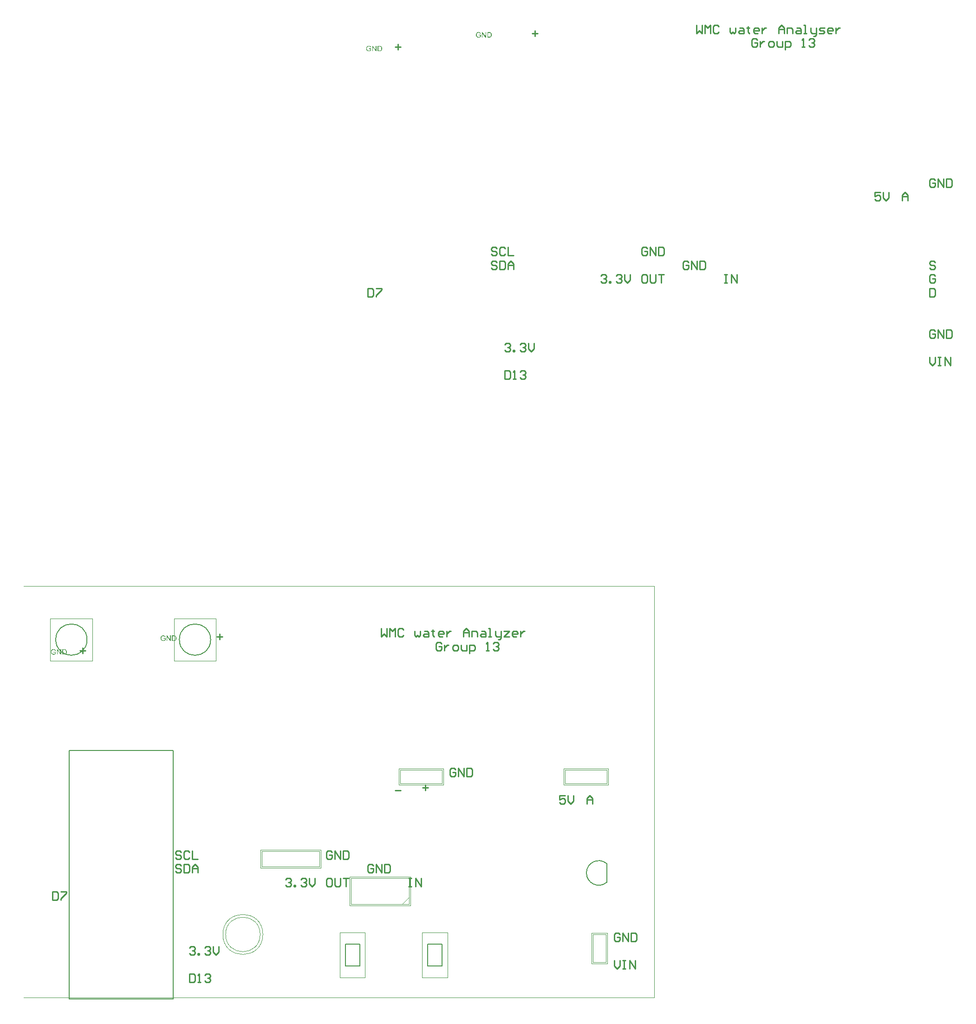
<source format=gm1>
G04*
G04 #@! TF.GenerationSoftware,Altium Limited,Altium Designer,20.1.14 (287)*
G04*
G04 Layer_Color=16711935*
%FSLAX25Y25*%
%MOIN*%
G70*
G04*
G04 #@! TF.SameCoordinates,70A92564-7A92-4072-B555-D09A3DD1B993*
G04*
G04*
G04 #@! TF.FilePolarity,Positive*
G04*
G01*
G75*
%ADD11C,0.00787*%
%ADD12C,0.00394*%
%ADD13C,0.01000*%
%ADD14C,0.00197*%
G36*
X326829Y692940D02*
X326869Y692937D01*
X326917Y692933D01*
X326972Y692929D01*
X327088Y692913D01*
X327211Y692889D01*
X327342Y692853D01*
X327470Y692809D01*
X327474D01*
X327486Y692801D01*
X327502Y692793D01*
X327525Y692785D01*
X327553Y692769D01*
X327585Y692753D01*
X327665Y692710D01*
X327748Y692658D01*
X327836Y692594D01*
X327923Y692519D01*
X327999Y692431D01*
X328003Y692427D01*
X328007Y692419D01*
X328019Y692407D01*
X328031Y692387D01*
X328047Y692363D01*
X328067Y692336D01*
X328087Y692300D01*
X328107Y692264D01*
X328130Y692220D01*
X328154Y692172D01*
X328178Y692121D01*
X328202Y692065D01*
X328226Y692005D01*
X328250Y691941D01*
X328290Y691802D01*
X327832Y691679D01*
Y691683D01*
X327828Y691691D01*
X327824Y691707D01*
X327816Y691727D01*
X327808Y691750D01*
X327796Y691782D01*
X327772Y691846D01*
X327740Y691922D01*
X327705Y691997D01*
X327665Y692073D01*
X327617Y692140D01*
X327613Y692148D01*
X327593Y692168D01*
X327565Y692200D01*
X327525Y692236D01*
X327474Y692280D01*
X327410Y692323D01*
X327334Y692367D01*
X327251Y692407D01*
X327247D01*
X327239Y692411D01*
X327227Y692415D01*
X327211Y692423D01*
X327187Y692431D01*
X327159Y692439D01*
X327096Y692459D01*
X327016Y692479D01*
X326928Y692495D01*
X326829Y692507D01*
X326722Y692511D01*
X326662D01*
X326634Y692507D01*
X326598D01*
X326558Y692503D01*
X326519Y692499D01*
X326423Y692483D01*
X326324Y692467D01*
X326220Y692439D01*
X326120Y692403D01*
X326117D01*
X326109Y692399D01*
X326097Y692391D01*
X326077Y692383D01*
X326033Y692359D01*
X325973Y692327D01*
X325910Y692288D01*
X325842Y692240D01*
X325774Y692184D01*
X325711Y692121D01*
X325703Y692113D01*
X325687Y692093D01*
X325659Y692057D01*
X325623Y692009D01*
X325583Y691953D01*
X325543Y691890D01*
X325504Y691818D01*
X325468Y691743D01*
Y691739D01*
X325460Y691727D01*
X325456Y691707D01*
X325444Y691679D01*
X325436Y691647D01*
X325424Y691607D01*
X325408Y691563D01*
X325396Y691512D01*
X325384Y691460D01*
X325368Y691400D01*
X325356Y691336D01*
X325348Y691269D01*
X325332Y691126D01*
X325325Y690970D01*
Y690966D01*
Y690946D01*
Y690923D01*
X325328Y690887D01*
Y690839D01*
X325332Y690791D01*
X325341Y690731D01*
X325348Y690672D01*
X325356Y690604D01*
X325368Y690536D01*
X325400Y690389D01*
X325444Y690246D01*
X325468Y690178D01*
X325500Y690111D01*
X325504Y690107D01*
X325508Y690095D01*
X325519Y690079D01*
X325532Y690055D01*
X325551Y690027D01*
X325571Y689991D01*
X325599Y689956D01*
X325631Y689916D01*
X325703Y689832D01*
X325790Y689748D01*
X325894Y689669D01*
X325953Y689629D01*
X326013Y689597D01*
X326017D01*
X326029Y689589D01*
X326049Y689581D01*
X326073Y689569D01*
X326105Y689557D01*
X326140Y689545D01*
X326184Y689530D01*
X326228Y689514D01*
X326280Y689498D01*
X326335Y689482D01*
X326459Y689458D01*
X326590Y689438D01*
X326729Y689430D01*
X326761D01*
X326785Y689434D01*
X326817D01*
X326849Y689438D01*
X326889Y689442D01*
X326933Y689446D01*
X327032Y689462D01*
X327139Y689482D01*
X327255Y689514D01*
X327374Y689553D01*
X327378D01*
X327390Y689557D01*
X327406Y689565D01*
X327426Y689577D01*
X327454Y689589D01*
X327482Y689601D01*
X327553Y689637D01*
X327629Y689677D01*
X327709Y689725D01*
X327784Y689772D01*
X327852Y689828D01*
Y690545D01*
X326726D01*
Y690998D01*
X328349D01*
Y689573D01*
X328345Y689569D01*
X328333Y689561D01*
X328313Y689545D01*
X328286Y689526D01*
X328250Y689498D01*
X328210Y689470D01*
X328162Y689438D01*
X328115Y689406D01*
X328055Y689370D01*
X327995Y689331D01*
X327868Y689259D01*
X327725Y689187D01*
X327577Y689124D01*
X327573D01*
X327561Y689116D01*
X327537Y689112D01*
X327509Y689100D01*
X327474Y689088D01*
X327430Y689076D01*
X327382Y689064D01*
X327326Y689052D01*
X327267Y689036D01*
X327203Y689024D01*
X327064Y689000D01*
X326917Y688984D01*
X326761Y688976D01*
X326706D01*
X326666Y688980D01*
X326618Y688984D01*
X326558Y688988D01*
X326495Y688996D01*
X326423Y689008D01*
X326343Y689020D01*
X326264Y689036D01*
X326176Y689056D01*
X326089Y689076D01*
X326001Y689104D01*
X325910Y689136D01*
X325822Y689171D01*
X325734Y689215D01*
X325730Y689219D01*
X325715Y689227D01*
X325691Y689239D01*
X325659Y689259D01*
X325619Y689287D01*
X325575Y689315D01*
X325528Y689351D01*
X325476Y689394D01*
X325420Y689442D01*
X325360Y689494D01*
X325305Y689549D01*
X325245Y689613D01*
X325189Y689681D01*
X325133Y689752D01*
X325086Y689832D01*
X325038Y689916D01*
X325034Y689920D01*
X325026Y689935D01*
X325018Y689963D01*
X325002Y689995D01*
X324982Y690039D01*
X324962Y690091D01*
X324942Y690150D01*
X324923Y690214D01*
X324899Y690290D01*
X324879Y690365D01*
X324859Y690453D01*
X324839Y690541D01*
X324823Y690636D01*
X324815Y690731D01*
X324807Y690835D01*
X324803Y690939D01*
Y690946D01*
Y690962D01*
Y690994D01*
X324807Y691034D01*
X324811Y691082D01*
X324815Y691142D01*
X324823Y691209D01*
X324831Y691281D01*
X324843Y691356D01*
X324859Y691440D01*
X324879Y691528D01*
X324903Y691615D01*
X324926Y691707D01*
X324958Y691802D01*
X324994Y691894D01*
X325034Y691985D01*
X325038Y691989D01*
X325046Y692005D01*
X325058Y692033D01*
X325078Y692065D01*
X325102Y692105D01*
X325133Y692152D01*
X325165Y692204D01*
X325205Y692256D01*
X325253Y692316D01*
X325301Y692375D01*
X325356Y692435D01*
X325416Y692495D01*
X325484Y692550D01*
X325551Y692606D01*
X325627Y692658D01*
X325707Y692706D01*
X325711Y692710D01*
X325727Y692718D01*
X325750Y692730D01*
X325786Y692741D01*
X325826Y692761D01*
X325878Y692781D01*
X325934Y692801D01*
X326001Y692825D01*
X326073Y692849D01*
X326148Y692869D01*
X326232Y692889D01*
X326320Y692909D01*
X326415Y692921D01*
X326515Y692933D01*
X326614Y692940D01*
X326722Y692944D01*
X326793D01*
X326829Y692940D01*
D02*
G37*
G36*
X332114Y689040D02*
X331593D01*
X329579Y692053D01*
Y689040D01*
X329094D01*
Y692877D01*
X329611D01*
X331629Y689860D01*
Y692877D01*
X332114D01*
Y689040D01*
D02*
G37*
G36*
X334439Y692873D02*
X334487D01*
X334538Y692869D01*
X334646Y692865D01*
X334761Y692853D01*
X334869Y692841D01*
X334920Y692829D01*
X334968Y692821D01*
X334972D01*
X334984Y692817D01*
X335000Y692813D01*
X335024Y692805D01*
X335052Y692797D01*
X335084Y692785D01*
X335159Y692757D01*
X335247Y692722D01*
X335342Y692674D01*
X335438Y692614D01*
X335529Y692546D01*
X335533Y692543D01*
X335541Y692534D01*
X335557Y692519D01*
X335581Y692499D01*
X335605Y692475D01*
X335633Y692443D01*
X335665Y692407D01*
X335700Y692367D01*
X335736Y692323D01*
X335772Y692272D01*
X335812Y692220D01*
X335848Y692160D01*
X335919Y692033D01*
X335983Y691890D01*
Y691886D01*
X335991Y691870D01*
X335999Y691850D01*
X336007Y691818D01*
X336019Y691782D01*
X336031Y691739D01*
X336043Y691687D01*
X336059Y691627D01*
X336074Y691563D01*
X336087Y691492D01*
X336098Y691416D01*
X336110Y691336D01*
X336122Y691253D01*
X336126Y691165D01*
X336134Y690978D01*
Y690974D01*
Y690958D01*
Y690935D01*
Y690907D01*
X336130Y690867D01*
Y690823D01*
X336126Y690771D01*
X336122Y690716D01*
X336110Y690596D01*
X336090Y690465D01*
X336067Y690334D01*
X336031Y690202D01*
Y690198D01*
X336027Y690186D01*
X336019Y690170D01*
X336011Y690146D01*
X336003Y690119D01*
X335991Y690083D01*
X335959Y690007D01*
X335919Y689916D01*
X335876Y689824D01*
X335824Y689729D01*
X335768Y689641D01*
Y689637D01*
X335760Y689633D01*
X335752Y689621D01*
X335740Y689605D01*
X335708Y689565D01*
X335665Y689518D01*
X335613Y689462D01*
X335553Y689402D01*
X335489Y689347D01*
X335418Y689295D01*
X335414D01*
X335410Y689291D01*
X335398Y689283D01*
X335386Y689275D01*
X335346Y689251D01*
X335291Y689223D01*
X335223Y689191D01*
X335147Y689159D01*
X335056Y689132D01*
X334960Y689104D01*
X334956D01*
X334948Y689100D01*
X334932D01*
X334912Y689096D01*
X334889Y689088D01*
X334857Y689084D01*
X334821Y689080D01*
X334785Y689072D01*
X334741Y689068D01*
X334693Y689060D01*
X334590Y689052D01*
X334474Y689044D01*
X334347Y689040D01*
X332966D01*
Y692877D01*
X334395D01*
X334439Y692873D01*
D02*
G37*
G36*
X248089Y683098D02*
X248129Y683094D01*
X248176Y683090D01*
X248232Y683086D01*
X248347Y683070D01*
X248471Y683046D01*
X248602Y683010D01*
X248730Y682967D01*
X248734D01*
X248745Y682959D01*
X248761Y682951D01*
X248785Y682943D01*
X248813Y682927D01*
X248845Y682911D01*
X248925Y682867D01*
X249008Y682815D01*
X249096Y682752D01*
X249183Y682676D01*
X249259Y682588D01*
X249263Y682584D01*
X249267Y682577D01*
X249279Y682565D01*
X249291Y682545D01*
X249307Y682521D01*
X249327Y682493D01*
X249346Y682457D01*
X249366Y682421D01*
X249390Y682377D01*
X249414Y682330D01*
X249438Y682278D01*
X249462Y682222D01*
X249486Y682163D01*
X249510Y682099D01*
X249550Y681960D01*
X249092Y681836D01*
Y681840D01*
X249088Y681848D01*
X249084Y681864D01*
X249076Y681884D01*
X249068Y681908D01*
X249056Y681940D01*
X249032Y682003D01*
X249000Y682079D01*
X248964Y682155D01*
X248925Y682230D01*
X248877Y682298D01*
X248873Y682306D01*
X248853Y682326D01*
X248825Y682358D01*
X248785Y682394D01*
X248734Y682437D01*
X248670Y682481D01*
X248594Y682525D01*
X248511Y682565D01*
X248507D01*
X248499Y682569D01*
X248487Y682573D01*
X248471Y682581D01*
X248447Y682588D01*
X248419Y682596D01*
X248356Y682616D01*
X248276Y682636D01*
X248188Y682652D01*
X248089Y682664D01*
X247981Y682668D01*
X247922D01*
X247894Y682664D01*
X247858D01*
X247818Y682660D01*
X247778Y682656D01*
X247683Y682640D01*
X247583Y682624D01*
X247480Y682596D01*
X247380Y682561D01*
X247376D01*
X247368Y682557D01*
X247357Y682549D01*
X247337Y682541D01*
X247293Y682517D01*
X247233Y682485D01*
X247169Y682445D01*
X247102Y682398D01*
X247034Y682342D01*
X246970Y682278D01*
X246962Y682270D01*
X246947Y682250D01*
X246919Y682214D01*
X246883Y682167D01*
X246843Y682111D01*
X246803Y682047D01*
X246763Y681976D01*
X246728Y681900D01*
Y681896D01*
X246720Y681884D01*
X246716Y681864D01*
X246704Y681836D01*
X246696Y681804D01*
X246684Y681765D01*
X246668Y681721D01*
X246656Y681669D01*
X246644Y681617D01*
X246628Y681558D01*
X246616Y681494D01*
X246608Y681426D01*
X246592Y681283D01*
X246584Y681128D01*
Y681124D01*
Y681104D01*
Y681080D01*
X246588Y681044D01*
Y680997D01*
X246592Y680949D01*
X246600Y680889D01*
X246608Y680829D01*
X246616Y680762D01*
X246628Y680694D01*
X246660Y680547D01*
X246704Y680404D01*
X246728Y680336D01*
X246760Y680268D01*
X246763Y680264D01*
X246767Y680252D01*
X246779Y680236D01*
X246791Y680212D01*
X246811Y680185D01*
X246831Y680149D01*
X246859Y680113D01*
X246891Y680073D01*
X246962Y679989D01*
X247050Y679906D01*
X247153Y679826D01*
X247213Y679787D01*
X247273Y679755D01*
X247277D01*
X247289Y679747D01*
X247309Y679739D01*
X247333Y679727D01*
X247364Y679715D01*
X247400Y679703D01*
X247444Y679687D01*
X247488Y679671D01*
X247540Y679655D01*
X247595Y679639D01*
X247719Y679615D01*
X247850Y679596D01*
X247989Y679588D01*
X248021D01*
X248045Y679592D01*
X248077D01*
X248109Y679596D01*
X248148Y679600D01*
X248192Y679603D01*
X248292Y679619D01*
X248399Y679639D01*
X248515Y679671D01*
X248634Y679711D01*
X248638D01*
X248650Y679715D01*
X248666Y679723D01*
X248686Y679735D01*
X248714Y679747D01*
X248742Y679759D01*
X248813Y679795D01*
X248889Y679834D01*
X248968Y679882D01*
X249044Y679930D01*
X249112Y679986D01*
Y680702D01*
X247985D01*
Y681156D01*
X249609D01*
Y679731D01*
X249605Y679727D01*
X249593Y679719D01*
X249573Y679703D01*
X249546Y679683D01*
X249510Y679655D01*
X249470Y679627D01*
X249422Y679596D01*
X249374Y679564D01*
X249315Y679528D01*
X249255Y679488D01*
X249128Y679416D01*
X248984Y679345D01*
X248837Y679281D01*
X248833D01*
X248821Y679273D01*
X248797Y679269D01*
X248769Y679257D01*
X248734Y679245D01*
X248690Y679233D01*
X248642Y679221D01*
X248586Y679210D01*
X248527Y679193D01*
X248463Y679182D01*
X248324Y679158D01*
X248176Y679142D01*
X248021Y679134D01*
X247965D01*
X247926Y679138D01*
X247878Y679142D01*
X247818Y679146D01*
X247755Y679154D01*
X247683Y679166D01*
X247603Y679178D01*
X247524Y679193D01*
X247436Y679213D01*
X247348Y679233D01*
X247261Y679261D01*
X247169Y679293D01*
X247082Y679329D01*
X246994Y679373D01*
X246990Y679377D01*
X246974Y679385D01*
X246951Y679396D01*
X246919Y679416D01*
X246879Y679444D01*
X246835Y679472D01*
X246787Y679508D01*
X246736Y679552D01*
X246680Y679600D01*
X246620Y679651D01*
X246565Y679707D01*
X246505Y679771D01*
X246449Y679838D01*
X246393Y679910D01*
X246346Y679989D01*
X246298Y680073D01*
X246294Y680077D01*
X246286Y680093D01*
X246278Y680121D01*
X246262Y680153D01*
X246242Y680197D01*
X246222Y680248D01*
X246202Y680308D01*
X246182Y680372D01*
X246159Y680447D01*
X246139Y680523D01*
X246119Y680610D01*
X246099Y680698D01*
X246083Y680794D01*
X246075Y680889D01*
X246067Y680993D01*
X246063Y681096D01*
Y681104D01*
Y681120D01*
Y681152D01*
X246067Y681191D01*
X246071Y681239D01*
X246075Y681299D01*
X246083Y681367D01*
X246091Y681438D01*
X246103Y681514D01*
X246119Y681598D01*
X246139Y681685D01*
X246163Y681773D01*
X246186Y681864D01*
X246218Y681960D01*
X246254Y682051D01*
X246294Y682143D01*
X246298Y682147D01*
X246306Y682163D01*
X246318Y682191D01*
X246338Y682222D01*
X246361Y682262D01*
X246393Y682310D01*
X246425Y682362D01*
X246465Y682413D01*
X246513Y682473D01*
X246561Y682533D01*
X246616Y682592D01*
X246676Y682652D01*
X246744Y682708D01*
X246811Y682764D01*
X246887Y682815D01*
X246966Y682863D01*
X246970Y682867D01*
X246986Y682875D01*
X247010Y682887D01*
X247046Y682899D01*
X247086Y682919D01*
X247138Y682939D01*
X247193Y682959D01*
X247261Y682982D01*
X247333Y683006D01*
X247408Y683026D01*
X247492Y683046D01*
X247579Y683066D01*
X247675Y683078D01*
X247774Y683090D01*
X247874Y683098D01*
X247981Y683102D01*
X248053D01*
X248089Y683098D01*
D02*
G37*
G36*
X253374Y679198D02*
X252853D01*
X250839Y682210D01*
Y679198D01*
X250353D01*
Y683034D01*
X250871D01*
X252889Y680017D01*
Y683034D01*
X253374D01*
Y679198D01*
D02*
G37*
G36*
X255699Y683030D02*
X255746D01*
X255798Y683026D01*
X255906Y683022D01*
X256021Y683010D01*
X256128Y682998D01*
X256180Y682986D01*
X256228Y682978D01*
X256232D01*
X256244Y682974D01*
X256260Y682971D01*
X256284Y682963D01*
X256311Y682955D01*
X256343Y682943D01*
X256419Y682915D01*
X256506Y682879D01*
X256602Y682831D01*
X256698Y682772D01*
X256789Y682704D01*
X256793Y682700D01*
X256801Y682692D01*
X256817Y682676D01*
X256841Y682656D01*
X256865Y682632D01*
X256893Y682600D01*
X256924Y682565D01*
X256960Y682525D01*
X256996Y682481D01*
X257032Y682429D01*
X257072Y682377D01*
X257107Y682318D01*
X257179Y682191D01*
X257243Y682047D01*
Y682043D01*
X257251Y682027D01*
X257259Y682007D01*
X257267Y681976D01*
X257279Y681940D01*
X257291Y681896D01*
X257302Y681844D01*
X257318Y681784D01*
X257334Y681721D01*
X257346Y681649D01*
X257358Y681574D01*
X257370Y681494D01*
X257382Y681410D01*
X257386Y681323D01*
X257394Y681136D01*
Y681132D01*
Y681116D01*
Y681092D01*
Y681064D01*
X257390Y681024D01*
Y680981D01*
X257386Y680929D01*
X257382Y680873D01*
X257370Y680754D01*
X257350Y680622D01*
X257326Y680491D01*
X257291Y680360D01*
Y680356D01*
X257287Y680344D01*
X257279Y680328D01*
X257271Y680304D01*
X257263Y680276D01*
X257251Y680240D01*
X257219Y680165D01*
X257179Y680073D01*
X257135Y679982D01*
X257084Y679886D01*
X257028Y679799D01*
Y679795D01*
X257020Y679790D01*
X257012Y679779D01*
X257000Y679763D01*
X256968Y679723D01*
X256924Y679675D01*
X256873Y679619D01*
X256813Y679560D01*
X256749Y679504D01*
X256678Y679452D01*
X256674D01*
X256670Y679448D01*
X256658Y679440D01*
X256646Y679432D01*
X256606Y679409D01*
X256550Y679381D01*
X256483Y679349D01*
X256407Y679317D01*
X256315Y679289D01*
X256220Y679261D01*
X256216D01*
X256208Y679257D01*
X256192D01*
X256172Y679253D01*
X256148Y679245D01*
X256117Y679241D01*
X256081Y679237D01*
X256045Y679229D01*
X256001Y679225D01*
X255953Y679217D01*
X255850Y679210D01*
X255734Y679202D01*
X255607Y679198D01*
X254226D01*
Y683034D01*
X255655D01*
X255699Y683030D01*
D02*
G37*
G36*
X21711Y250027D02*
X21751Y250023D01*
X21798Y250019D01*
X21854Y250015D01*
X21970Y249999D01*
X22093Y249975D01*
X22224Y249939D01*
X22352Y249896D01*
X22356D01*
X22368Y249888D01*
X22384Y249880D01*
X22407Y249872D01*
X22435Y249856D01*
X22467Y249840D01*
X22547Y249796D01*
X22630Y249745D01*
X22718Y249681D01*
X22805Y249605D01*
X22881Y249518D01*
X22885Y249514D01*
X22889Y249506D01*
X22901Y249494D01*
X22913Y249474D01*
X22929Y249450D01*
X22949Y249422D01*
X22968Y249386D01*
X22988Y249351D01*
X23012Y249307D01*
X23036Y249259D01*
X23060Y249207D01*
X23084Y249151D01*
X23108Y249092D01*
X23132Y249028D01*
X23171Y248889D01*
X22714Y248765D01*
Y248769D01*
X22710Y248777D01*
X22706Y248793D01*
X22698Y248813D01*
X22690Y248837D01*
X22678Y248869D01*
X22654Y248933D01*
X22622Y249008D01*
X22587Y249084D01*
X22547Y249159D01*
X22499Y249227D01*
X22495Y249235D01*
X22475Y249255D01*
X22447Y249287D01*
X22407Y249323D01*
X22356Y249366D01*
X22292Y249410D01*
X22216Y249454D01*
X22133Y249494D01*
X22129D01*
X22121Y249498D01*
X22109Y249502D01*
X22093Y249510D01*
X22069Y249518D01*
X22041Y249526D01*
X21978Y249546D01*
X21898Y249565D01*
X21810Y249581D01*
X21711Y249593D01*
X21603Y249597D01*
X21544D01*
X21516Y249593D01*
X21480D01*
X21440Y249589D01*
X21400Y249585D01*
X21305Y249569D01*
X21205Y249553D01*
X21102Y249526D01*
X21002Y249490D01*
X20998D01*
X20990Y249486D01*
X20978Y249478D01*
X20959Y249470D01*
X20915Y249446D01*
X20855Y249414D01*
X20791Y249374D01*
X20724Y249327D01*
X20656Y249271D01*
X20593Y249207D01*
X20584Y249199D01*
X20569Y249179D01*
X20541Y249144D01*
X20505Y249096D01*
X20465Y249040D01*
X20425Y248976D01*
X20385Y248905D01*
X20350Y248829D01*
Y248825D01*
X20342Y248813D01*
X20338Y248793D01*
X20326Y248765D01*
X20318Y248734D01*
X20306Y248694D01*
X20290Y248650D01*
X20278Y248598D01*
X20266Y248547D01*
X20250Y248487D01*
X20238Y248423D01*
X20230Y248356D01*
X20214Y248212D01*
X20206Y248057D01*
Y248053D01*
Y248033D01*
Y248009D01*
X20210Y247973D01*
Y247926D01*
X20214Y247878D01*
X20222Y247818D01*
X20230Y247759D01*
X20238Y247691D01*
X20250Y247623D01*
X20282Y247476D01*
X20326Y247333D01*
X20350Y247265D01*
X20381Y247197D01*
X20385Y247193D01*
X20390Y247181D01*
X20401Y247165D01*
X20413Y247142D01*
X20433Y247114D01*
X20453Y247078D01*
X20481Y247042D01*
X20513Y247002D01*
X20584Y246919D01*
X20672Y246835D01*
X20776Y246756D01*
X20835Y246716D01*
X20895Y246684D01*
X20899D01*
X20911Y246676D01*
X20931Y246668D01*
X20955Y246656D01*
X20987Y246644D01*
X21022Y246632D01*
X21066Y246616D01*
X21110Y246600D01*
X21162Y246584D01*
X21217Y246568D01*
X21341Y246545D01*
X21472Y246525D01*
X21611Y246517D01*
X21643D01*
X21667Y246521D01*
X21699D01*
X21731Y246525D01*
X21771Y246529D01*
X21814Y246533D01*
X21914Y246549D01*
X22021Y246568D01*
X22137Y246600D01*
X22256Y246640D01*
X22260D01*
X22272Y246644D01*
X22288Y246652D01*
X22308Y246664D01*
X22336Y246676D01*
X22364Y246688D01*
X22435Y246724D01*
X22511Y246763D01*
X22590Y246811D01*
X22666Y246859D01*
X22734Y246915D01*
Y247631D01*
X21607D01*
Y248085D01*
X23231D01*
Y246660D01*
X23227Y246656D01*
X23215Y246648D01*
X23195Y246632D01*
X23167Y246612D01*
X23132Y246584D01*
X23092Y246556D01*
X23044Y246525D01*
X22996Y246493D01*
X22937Y246457D01*
X22877Y246417D01*
X22750Y246346D01*
X22606Y246274D01*
X22459Y246210D01*
X22455D01*
X22443Y246202D01*
X22419Y246198D01*
X22391Y246186D01*
X22356Y246174D01*
X22312Y246163D01*
X22264Y246151D01*
X22208Y246139D01*
X22149Y246123D01*
X22085Y246111D01*
X21946Y246087D01*
X21798Y246071D01*
X21643Y246063D01*
X21587D01*
X21548Y246067D01*
X21500Y246071D01*
X21440Y246075D01*
X21376Y246083D01*
X21305Y246095D01*
X21225Y246107D01*
X21146Y246123D01*
X21058Y246143D01*
X20971Y246163D01*
X20883Y246190D01*
X20791Y246222D01*
X20704Y246258D01*
X20616Y246302D01*
X20612Y246306D01*
X20596Y246314D01*
X20573Y246326D01*
X20541Y246346D01*
X20501Y246373D01*
X20457Y246401D01*
X20409Y246437D01*
X20358Y246481D01*
X20302Y246529D01*
X20242Y246580D01*
X20187Y246636D01*
X20127Y246700D01*
X20071Y246767D01*
X20015Y246839D01*
X19968Y246919D01*
X19920Y247002D01*
X19916Y247006D01*
X19908Y247022D01*
X19900Y247050D01*
X19884Y247082D01*
X19864Y247126D01*
X19844Y247177D01*
X19824Y247237D01*
X19804Y247301D01*
X19781Y247376D01*
X19761Y247452D01*
X19741Y247540D01*
X19721Y247627D01*
X19705Y247723D01*
X19697Y247818D01*
X19689Y247922D01*
X19685Y248025D01*
Y248033D01*
Y248049D01*
Y248081D01*
X19689Y248121D01*
X19693Y248168D01*
X19697Y248228D01*
X19705Y248296D01*
X19713Y248367D01*
X19725Y248443D01*
X19741Y248527D01*
X19761Y248614D01*
X19784Y248702D01*
X19808Y248793D01*
X19840Y248889D01*
X19876Y248980D01*
X19916Y249072D01*
X19920Y249076D01*
X19928Y249092D01*
X19940Y249120D01*
X19960Y249151D01*
X19984Y249191D01*
X20015Y249239D01*
X20047Y249291D01*
X20087Y249342D01*
X20135Y249402D01*
X20182Y249462D01*
X20238Y249522D01*
X20298Y249581D01*
X20366Y249637D01*
X20433Y249693D01*
X20509Y249745D01*
X20588Y249792D01*
X20593Y249796D01*
X20608Y249804D01*
X20632Y249816D01*
X20668Y249828D01*
X20708Y249848D01*
X20760Y249868D01*
X20815Y249888D01*
X20883Y249912D01*
X20955Y249936D01*
X21030Y249955D01*
X21114Y249975D01*
X21201Y249995D01*
X21297Y250007D01*
X21396Y250019D01*
X21496Y250027D01*
X21603Y250031D01*
X21675D01*
X21711Y250027D01*
D02*
G37*
G36*
X26996Y246127D02*
X26475D01*
X24461Y249139D01*
Y246127D01*
X23976D01*
Y249963D01*
X24493D01*
X26511Y246947D01*
Y249963D01*
X26996D01*
Y246127D01*
D02*
G37*
G36*
X29321Y249959D02*
X29368D01*
X29420Y249955D01*
X29528Y249952D01*
X29643Y249939D01*
X29750Y249928D01*
X29802Y249916D01*
X29850Y249908D01*
X29854D01*
X29866Y249904D01*
X29882Y249900D01*
X29906Y249892D01*
X29934Y249884D01*
X29965Y249872D01*
X30041Y249844D01*
X30129Y249808D01*
X30224Y249760D01*
X30320Y249701D01*
X30411Y249633D01*
X30415Y249629D01*
X30423Y249621D01*
X30439Y249605D01*
X30463Y249585D01*
X30487Y249561D01*
X30515Y249530D01*
X30547Y249494D01*
X30582Y249454D01*
X30618Y249410D01*
X30654Y249358D01*
X30694Y249307D01*
X30729Y249247D01*
X30801Y249120D01*
X30865Y248976D01*
Y248972D01*
X30873Y248956D01*
X30881Y248937D01*
X30889Y248905D01*
X30901Y248869D01*
X30913Y248825D01*
X30925Y248773D01*
X30940Y248714D01*
X30956Y248650D01*
X30968Y248578D01*
X30980Y248503D01*
X30992Y248423D01*
X31004Y248340D01*
X31008Y248252D01*
X31016Y248065D01*
Y248061D01*
Y248045D01*
Y248021D01*
Y247993D01*
X31012Y247954D01*
Y247910D01*
X31008Y247858D01*
X31004Y247802D01*
X30992Y247683D01*
X30972Y247551D01*
X30948Y247420D01*
X30913Y247289D01*
Y247285D01*
X30909Y247273D01*
X30901Y247257D01*
X30893Y247233D01*
X30885Y247205D01*
X30873Y247169D01*
X30841Y247094D01*
X30801Y247002D01*
X30757Y246911D01*
X30706Y246815D01*
X30650Y246728D01*
Y246724D01*
X30642Y246720D01*
X30634Y246708D01*
X30622Y246692D01*
X30590Y246652D01*
X30547Y246604D01*
X30495Y246549D01*
X30435Y246489D01*
X30371Y246433D01*
X30300Y246381D01*
X30296D01*
X30292Y246377D01*
X30280Y246370D01*
X30268Y246361D01*
X30228Y246338D01*
X30172Y246310D01*
X30105Y246278D01*
X30029Y246246D01*
X29937Y246218D01*
X29842Y246190D01*
X29838D01*
X29830Y246186D01*
X29814D01*
X29794Y246182D01*
X29770Y246174D01*
X29739Y246170D01*
X29703Y246166D01*
X29667Y246159D01*
X29623Y246154D01*
X29575Y246147D01*
X29472Y246139D01*
X29356Y246131D01*
X29229Y246127D01*
X27848D01*
Y249963D01*
X29277D01*
X29321Y249959D01*
D02*
G37*
G36*
X100451Y259870D02*
X100491Y259866D01*
X100539Y259862D01*
X100594Y259858D01*
X100710Y259842D01*
X100833Y259818D01*
X100964Y259782D01*
X101092Y259738D01*
X101096D01*
X101108Y259730D01*
X101124Y259722D01*
X101147Y259714D01*
X101175Y259699D01*
X101207Y259682D01*
X101287Y259639D01*
X101370Y259587D01*
X101458Y259523D01*
X101546Y259448D01*
X101621Y259360D01*
X101625Y259356D01*
X101629Y259348D01*
X101641Y259336D01*
X101653Y259316D01*
X101669Y259293D01*
X101689Y259265D01*
X101709Y259229D01*
X101729Y259193D01*
X101752Y259149D01*
X101776Y259102D01*
X101800Y259050D01*
X101824Y258994D01*
X101848Y258934D01*
X101872Y258871D01*
X101912Y258731D01*
X101454Y258608D01*
Y258612D01*
X101450Y258620D01*
X101446Y258636D01*
X101438Y258656D01*
X101430Y258680D01*
X101418Y258711D01*
X101394Y258775D01*
X101362Y258851D01*
X101327Y258926D01*
X101287Y259002D01*
X101239Y259070D01*
X101235Y259078D01*
X101215Y259098D01*
X101187Y259129D01*
X101147Y259165D01*
X101096Y259209D01*
X101032Y259253D01*
X100956Y259296D01*
X100873Y259336D01*
X100869D01*
X100861Y259340D01*
X100849Y259344D01*
X100833Y259352D01*
X100809Y259360D01*
X100781Y259368D01*
X100718Y259388D01*
X100638Y259408D01*
X100550Y259424D01*
X100451Y259436D01*
X100344Y259440D01*
X100284D01*
X100256Y259436D01*
X100220D01*
X100180Y259432D01*
X100141Y259428D01*
X100045Y259412D01*
X99946Y259396D01*
X99842Y259368D01*
X99743Y259332D01*
X99739D01*
X99731Y259328D01*
X99719Y259320D01*
X99699Y259312D01*
X99655Y259289D01*
X99595Y259257D01*
X99532Y259217D01*
X99464Y259169D01*
X99396Y259113D01*
X99333Y259050D01*
X99325Y259042D01*
X99309Y259022D01*
X99281Y258986D01*
X99245Y258938D01*
X99205Y258882D01*
X99165Y258819D01*
X99126Y258747D01*
X99090Y258672D01*
Y258668D01*
X99082Y258656D01*
X99078Y258636D01*
X99066Y258608D01*
X99058Y258576D01*
X99046Y258536D01*
X99030Y258492D01*
X99018Y258441D01*
X99006Y258389D01*
X98990Y258329D01*
X98978Y258266D01*
X98971Y258198D01*
X98954Y258055D01*
X98947Y257899D01*
Y257895D01*
Y257876D01*
Y257852D01*
X98951Y257816D01*
Y257768D01*
X98954Y257720D01*
X98962Y257661D01*
X98971Y257601D01*
X98978Y257533D01*
X98990Y257466D01*
X99022Y257318D01*
X99066Y257175D01*
X99090Y257107D01*
X99122Y257040D01*
X99126Y257036D01*
X99130Y257024D01*
X99142Y257008D01*
X99154Y256984D01*
X99173Y256956D01*
X99193Y256920D01*
X99221Y256885D01*
X99253Y256845D01*
X99325Y256761D01*
X99412Y256678D01*
X99516Y256598D01*
X99575Y256558D01*
X99635Y256526D01*
X99639D01*
X99651Y256518D01*
X99671Y256510D01*
X99695Y256499D01*
X99727Y256487D01*
X99762Y256475D01*
X99806Y256459D01*
X99850Y256443D01*
X99902Y256427D01*
X99958Y256411D01*
X100081Y256387D01*
X100212Y256367D01*
X100352Y256359D01*
X100383D01*
X100407Y256363D01*
X100439D01*
X100471Y256367D01*
X100511Y256371D01*
X100555Y256375D01*
X100654Y256391D01*
X100761Y256411D01*
X100877Y256443D01*
X100996Y256483D01*
X101000D01*
X101012Y256487D01*
X101028Y256494D01*
X101048Y256506D01*
X101076Y256518D01*
X101104Y256530D01*
X101175Y256566D01*
X101251Y256606D01*
X101331Y256654D01*
X101406Y256701D01*
X101474Y256757D01*
Y257474D01*
X100347D01*
Y257927D01*
X101971D01*
Y256503D01*
X101967Y256499D01*
X101955Y256491D01*
X101936Y256475D01*
X101908Y256455D01*
X101872Y256427D01*
X101832Y256399D01*
X101784Y256367D01*
X101737Y256335D01*
X101677Y256299D01*
X101617Y256260D01*
X101490Y256188D01*
X101347Y256116D01*
X101199Y256053D01*
X101195D01*
X101183Y256045D01*
X101160Y256041D01*
X101132Y256029D01*
X101096Y256017D01*
X101052Y256005D01*
X101004Y255993D01*
X100949Y255981D01*
X100889Y255965D01*
X100825Y255953D01*
X100686Y255929D01*
X100539Y255913D01*
X100383Y255906D01*
X100328D01*
X100288Y255909D01*
X100240Y255913D01*
X100180Y255918D01*
X100117Y255925D01*
X100045Y255937D01*
X99966Y255949D01*
X99886Y255965D01*
X99798Y255985D01*
X99711Y256005D01*
X99623Y256033D01*
X99532Y256065D01*
X99444Y256101D01*
X99357Y256144D01*
X99353Y256148D01*
X99337Y256156D01*
X99313Y256168D01*
X99281Y256188D01*
X99241Y256216D01*
X99197Y256244D01*
X99150Y256280D01*
X99098Y256323D01*
X99042Y256371D01*
X98982Y256423D01*
X98927Y256479D01*
X98867Y256542D01*
X98811Y256610D01*
X98756Y256682D01*
X98708Y256761D01*
X98660Y256845D01*
X98656Y256849D01*
X98648Y256865D01*
X98640Y256892D01*
X98624Y256924D01*
X98604Y256968D01*
X98584Y257020D01*
X98564Y257080D01*
X98545Y257143D01*
X98521Y257219D01*
X98501Y257295D01*
X98481Y257382D01*
X98461Y257470D01*
X98445Y257565D01*
X98437Y257661D01*
X98429Y257764D01*
X98425Y257868D01*
Y257876D01*
Y257892D01*
Y257923D01*
X98429Y257963D01*
X98433Y258011D01*
X98437Y258071D01*
X98445Y258138D01*
X98453Y258210D01*
X98465Y258286D01*
X98481Y258369D01*
X98501Y258457D01*
X98525Y258544D01*
X98549Y258636D01*
X98580Y258731D01*
X98616Y258823D01*
X98656Y258914D01*
X98660Y258918D01*
X98668Y258934D01*
X98680Y258962D01*
X98700Y258994D01*
X98724Y259034D01*
X98756Y259082D01*
X98787Y259133D01*
X98827Y259185D01*
X98875Y259245D01*
X98923Y259304D01*
X98978Y259364D01*
X99038Y259424D01*
X99106Y259480D01*
X99173Y259535D01*
X99249Y259587D01*
X99329Y259635D01*
X99333Y259639D01*
X99349Y259647D01*
X99372Y259659D01*
X99408Y259671D01*
X99448Y259690D01*
X99500Y259710D01*
X99555Y259730D01*
X99623Y259754D01*
X99695Y259778D01*
X99770Y259798D01*
X99854Y259818D01*
X99942Y259838D01*
X100037Y259850D01*
X100137Y259862D01*
X100236Y259870D01*
X100344Y259874D01*
X100415D01*
X100451Y259870D01*
D02*
G37*
G36*
X105736Y255969D02*
X105215D01*
X103201Y258982D01*
Y255969D01*
X102716D01*
Y259806D01*
X103233D01*
X105251Y256789D01*
Y259806D01*
X105736D01*
Y255969D01*
D02*
G37*
G36*
X108061Y259802D02*
X108108D01*
X108160Y259798D01*
X108268Y259794D01*
X108383Y259782D01*
X108491Y259770D01*
X108542Y259758D01*
X108590Y259750D01*
X108594D01*
X108606Y259746D01*
X108622Y259742D01*
X108646Y259734D01*
X108674Y259726D01*
X108705Y259714D01*
X108781Y259686D01*
X108869Y259651D01*
X108964Y259603D01*
X109060Y259543D01*
X109151Y259476D01*
X109155Y259472D01*
X109163Y259464D01*
X109179Y259448D01*
X109203Y259428D01*
X109227Y259404D01*
X109255Y259372D01*
X109287Y259336D01*
X109322Y259296D01*
X109358Y259253D01*
X109394Y259201D01*
X109434Y259149D01*
X109470Y259089D01*
X109541Y258962D01*
X109605Y258819D01*
Y258815D01*
X109613Y258799D01*
X109621Y258779D01*
X109629Y258747D01*
X109641Y258711D01*
X109653Y258668D01*
X109665Y258616D01*
X109681Y258556D01*
X109697Y258492D01*
X109708Y258421D01*
X109720Y258345D01*
X109732Y258266D01*
X109744Y258182D01*
X109748Y258095D01*
X109756Y257908D01*
Y257904D01*
Y257888D01*
Y257864D01*
Y257836D01*
X109752Y257796D01*
Y257752D01*
X109748Y257700D01*
X109744Y257645D01*
X109732Y257525D01*
X109713Y257394D01*
X109689Y257263D01*
X109653Y257131D01*
Y257127D01*
X109649Y257115D01*
X109641Y257100D01*
X109633Y257076D01*
X109625Y257048D01*
X109613Y257012D01*
X109581Y256936D01*
X109541Y256845D01*
X109498Y256753D01*
X109446Y256658D01*
X109390Y256570D01*
Y256566D01*
X109382Y256562D01*
X109374Y256550D01*
X109362Y256534D01*
X109330Y256494D01*
X109287Y256447D01*
X109235Y256391D01*
X109175Y256331D01*
X109111Y256276D01*
X109040Y256224D01*
X109036D01*
X109032Y256220D01*
X109020Y256212D01*
X109008Y256204D01*
X108968Y256180D01*
X108913Y256152D01*
X108845Y256120D01*
X108769Y256089D01*
X108678Y256061D01*
X108582Y256033D01*
X108578D01*
X108570Y256029D01*
X108554D01*
X108534Y256025D01*
X108510Y256017D01*
X108479Y256013D01*
X108443Y256009D01*
X108407Y256001D01*
X108363Y255997D01*
X108316Y255989D01*
X108212Y255981D01*
X108097Y255973D01*
X107969Y255969D01*
X106588D01*
Y259806D01*
X108017D01*
X108061Y259802D01*
D02*
G37*
%LPC*%
G36*
X334359Y692423D02*
X333476D01*
Y689494D01*
X334355D01*
X334387Y689498D01*
X334463D01*
X334506Y689502D01*
X334602Y689510D01*
X334701Y689522D01*
X334797Y689538D01*
X334885Y689561D01*
X334889D01*
X334893Y689565D01*
X334904Y689569D01*
X334920Y689573D01*
X334960Y689589D01*
X335008Y689613D01*
X335064Y689641D01*
X335123Y689677D01*
X335179Y689717D01*
X335231Y689760D01*
X335235Y689764D01*
X335239Y689768D01*
X335247Y689780D01*
X335259Y689792D01*
X335294Y689836D01*
X335334Y689892D01*
X335378Y689959D01*
X335426Y690043D01*
X335470Y690138D01*
X335509Y690246D01*
Y690250D01*
X335513Y690262D01*
X335517Y690278D01*
X335525Y690302D01*
X335533Y690330D01*
X335541Y690365D01*
X335553Y690405D01*
X335561Y690453D01*
X335569Y690505D01*
X335581Y690560D01*
X335589Y690624D01*
X335597Y690688D01*
X335605Y690755D01*
X335609Y690831D01*
X335613Y690986D01*
Y690994D01*
Y691014D01*
Y691046D01*
X335609Y691086D01*
Y691138D01*
X335601Y691193D01*
X335597Y691257D01*
X335589Y691328D01*
X335565Y691476D01*
X335529Y691631D01*
X335505Y691707D01*
X335482Y691778D01*
X335450Y691846D01*
X335414Y691910D01*
X335410Y691914D01*
X335406Y691926D01*
X335394Y691941D01*
X335378Y691961D01*
X335358Y691989D01*
X335334Y692017D01*
X335279Y692085D01*
X335211Y692156D01*
X335127Y692228D01*
X335036Y692292D01*
X334984Y692320D01*
X334932Y692344D01*
X334928D01*
X334924Y692347D01*
X334912Y692351D01*
X334893Y692355D01*
X334873Y692363D01*
X334845Y692367D01*
X334813Y692375D01*
X334773Y692383D01*
X334733Y692391D01*
X334685Y692399D01*
X334630Y692403D01*
X334570Y692411D01*
X334506Y692415D01*
X334439Y692419D01*
X334359Y692423D01*
D02*
G37*
G36*
X255619Y682581D02*
X254735D01*
Y679651D01*
X255615D01*
X255647Y679655D01*
X255722D01*
X255766Y679659D01*
X255862Y679667D01*
X255961Y679679D01*
X256057Y679695D01*
X256144Y679719D01*
X256148D01*
X256152Y679723D01*
X256164Y679727D01*
X256180Y679731D01*
X256220Y679747D01*
X256268Y679771D01*
X256323Y679799D01*
X256383Y679834D01*
X256439Y679874D01*
X256491Y679918D01*
X256495Y679922D01*
X256499Y679926D01*
X256506Y679938D01*
X256518Y679950D01*
X256554Y679993D01*
X256594Y680049D01*
X256638Y680117D01*
X256686Y680200D01*
X256729Y680296D01*
X256769Y680404D01*
Y680407D01*
X256773Y680419D01*
X256777Y680435D01*
X256785Y680459D01*
X256793Y680487D01*
X256801Y680523D01*
X256813Y680563D01*
X256821Y680610D01*
X256829Y680662D01*
X256841Y680718D01*
X256849Y680782D01*
X256857Y680845D01*
X256865Y680913D01*
X256869Y680989D01*
X256873Y681144D01*
Y681152D01*
Y681172D01*
Y681203D01*
X256869Y681243D01*
Y681295D01*
X256861Y681351D01*
X256857Y681414D01*
X256849Y681486D01*
X256825Y681633D01*
X256789Y681788D01*
X256765Y681864D01*
X256741Y681936D01*
X256710Y682003D01*
X256674Y682067D01*
X256670Y682071D01*
X256666Y682083D01*
X256654Y682099D01*
X256638Y682119D01*
X256618Y682147D01*
X256594Y682175D01*
X256538Y682242D01*
X256471Y682314D01*
X256387Y682385D01*
X256296Y682449D01*
X256244Y682477D01*
X256192Y682501D01*
X256188D01*
X256184Y682505D01*
X256172Y682509D01*
X256152Y682513D01*
X256132Y682521D01*
X256104Y682525D01*
X256073Y682533D01*
X256033Y682541D01*
X255993Y682549D01*
X255945Y682557D01*
X255890Y682561D01*
X255830Y682569D01*
X255766Y682573D01*
X255699Y682577D01*
X255619Y682581D01*
D02*
G37*
G36*
X29241Y249510D02*
X28357D01*
Y246580D01*
X29237D01*
X29269Y246584D01*
X29344D01*
X29388Y246588D01*
X29484Y246596D01*
X29583Y246608D01*
X29679Y246624D01*
X29766Y246648D01*
X29770D01*
X29774Y246652D01*
X29786Y246656D01*
X29802Y246660D01*
X29842Y246676D01*
X29890Y246700D01*
X29945Y246728D01*
X30005Y246763D01*
X30061Y246803D01*
X30113Y246847D01*
X30117Y246851D01*
X30121Y246855D01*
X30129Y246867D01*
X30141Y246879D01*
X30176Y246923D01*
X30216Y246978D01*
X30260Y247046D01*
X30308Y247130D01*
X30351Y247225D01*
X30391Y247333D01*
Y247337D01*
X30395Y247348D01*
X30399Y247364D01*
X30407Y247388D01*
X30415Y247416D01*
X30423Y247452D01*
X30435Y247492D01*
X30443Y247540D01*
X30451Y247591D01*
X30463Y247647D01*
X30471Y247711D01*
X30479Y247774D01*
X30487Y247842D01*
X30491Y247918D01*
X30495Y248073D01*
Y248081D01*
Y248101D01*
Y248133D01*
X30491Y248172D01*
Y248224D01*
X30483Y248280D01*
X30479Y248343D01*
X30471Y248415D01*
X30447Y248562D01*
X30411Y248718D01*
X30387Y248793D01*
X30363Y248865D01*
X30332Y248933D01*
X30296Y248996D01*
X30292Y249000D01*
X30288Y249012D01*
X30276Y249028D01*
X30260Y249048D01*
X30240Y249076D01*
X30216Y249104D01*
X30160Y249171D01*
X30093Y249243D01*
X30009Y249315D01*
X29918Y249378D01*
X29866Y249406D01*
X29814Y249430D01*
X29810D01*
X29806Y249434D01*
X29794Y249438D01*
X29774Y249442D01*
X29754Y249450D01*
X29727Y249454D01*
X29695Y249462D01*
X29655Y249470D01*
X29615Y249478D01*
X29567Y249486D01*
X29512Y249490D01*
X29452Y249498D01*
X29388Y249502D01*
X29321Y249506D01*
X29241Y249510D01*
D02*
G37*
G36*
X107981Y259352D02*
X107098D01*
Y256423D01*
X107977D01*
X108009Y256427D01*
X108085D01*
X108128Y256431D01*
X108224Y256439D01*
X108324Y256451D01*
X108419Y256467D01*
X108507Y256491D01*
X108510D01*
X108514Y256494D01*
X108526Y256499D01*
X108542Y256503D01*
X108582Y256518D01*
X108630Y256542D01*
X108686Y256570D01*
X108745Y256606D01*
X108801Y256646D01*
X108853Y256690D01*
X108857Y256694D01*
X108861Y256698D01*
X108869Y256710D01*
X108881Y256721D01*
X108916Y256765D01*
X108956Y256821D01*
X109000Y256889D01*
X109048Y256972D01*
X109092Y257068D01*
X109131Y257175D01*
Y257179D01*
X109135Y257191D01*
X109139Y257207D01*
X109147Y257231D01*
X109155Y257259D01*
X109163Y257295D01*
X109175Y257334D01*
X109183Y257382D01*
X109191Y257434D01*
X109203Y257490D01*
X109211Y257553D01*
X109219Y257617D01*
X109227Y257685D01*
X109231Y257760D01*
X109235Y257915D01*
Y257923D01*
Y257943D01*
Y257975D01*
X109231Y258015D01*
Y258067D01*
X109223Y258122D01*
X109219Y258186D01*
X109211Y258258D01*
X109187Y258405D01*
X109151Y258560D01*
X109127Y258636D01*
X109104Y258707D01*
X109072Y258775D01*
X109036Y258839D01*
X109032Y258843D01*
X109028Y258855D01*
X109016Y258871D01*
X109000Y258891D01*
X108980Y258918D01*
X108956Y258946D01*
X108901Y259014D01*
X108833Y259085D01*
X108749Y259157D01*
X108658Y259221D01*
X108606Y259249D01*
X108554Y259273D01*
X108550D01*
X108546Y259277D01*
X108534Y259280D01*
X108514Y259284D01*
X108495Y259293D01*
X108467Y259296D01*
X108435Y259304D01*
X108395Y259312D01*
X108355Y259320D01*
X108308Y259328D01*
X108252Y259332D01*
X108192Y259340D01*
X108128Y259344D01*
X108061Y259348D01*
X107981Y259352D01*
D02*
G37*
%LPD*%
D11*
X107462Y-1154D02*
Y177362D01*
X32853D02*
X107462D01*
X32853Y-1154D02*
Y177362D01*
Y-1154D02*
X107462D01*
X418615Y96128D02*
G03*
X418627Y82622I-5671J-6758D01*
G01*
X45591Y256850D02*
G03*
X23150Y256850I-11220J0D01*
G01*
D02*
G03*
X45591Y256850I11220J0D01*
G01*
X134331D02*
G03*
X111890Y256850I-11220J0D01*
G01*
D02*
G03*
X134331Y256850I11220J0D01*
G01*
X418622Y82618D02*
Y96122D01*
X290158Y22598D02*
Y38346D01*
X300394D01*
Y22598D02*
Y38346D01*
X290158Y22598D02*
X300394D01*
X241339D02*
Y38346D01*
X231102Y22598D02*
X241339D01*
X231102D02*
Y38346D01*
X241339D01*
D12*
X0Y0D02*
X452756D01*
Y295276D01*
X0D02*
X452756D01*
X169882Y45236D02*
G03*
X169882Y45236I-12402J0D01*
G01*
X408740Y25413D02*
X418032D01*
X408740D02*
Y45217D01*
X418032D01*
Y25413D02*
Y45217D01*
X212539Y93878D02*
Y104862D01*
X171161Y93878D02*
X212539D01*
X171161D02*
Y104862D01*
X212539D01*
X418701Y153524D02*
Y163327D01*
X388701Y153524D02*
X418701D01*
X388701D02*
Y163327D01*
X418701D01*
X300590Y153524D02*
Y163327D01*
X270590Y153524D02*
X300590D01*
X270590D02*
Y163327D01*
X300590D01*
X235157Y67087D02*
X276654D01*
X235157D02*
Y85590D01*
X276654D01*
Y67087D02*
Y85590D01*
X271654Y67087D02*
X276654Y72087D01*
X19213Y272008D02*
X49528D01*
Y241693D02*
Y272008D01*
X19213Y241693D02*
X49528D01*
X19213D02*
Y272008D01*
X107953D02*
X138268D01*
Y241693D02*
Y272008D01*
X107953Y241693D02*
X138268D01*
X107953D02*
Y272008D01*
X286221Y14331D02*
Y46614D01*
X304331D01*
Y14331D02*
Y46614D01*
X286221Y14331D02*
X304331D01*
X245276D02*
Y46614D01*
X227165Y14331D02*
X245276D01*
X227165D02*
Y46614D01*
X245276D01*
D13*
X365173Y691976D02*
X369172D01*
X367173Y693975D02*
Y689976D01*
X266748Y682133D02*
X270747D01*
X268747Y684132D02*
Y680134D01*
X247063Y508967D02*
Y502969D01*
X250062D01*
X251062Y503968D01*
Y507967D01*
X250062Y508967D01*
X247063D01*
X253061D02*
X257060D01*
Y507967D01*
X253061Y503968D01*
Y502969D01*
X345488Y468597D02*
X346488Y469596D01*
X348487D01*
X349487Y468597D01*
Y467597D01*
X348487Y466598D01*
X347487D01*
X348487D01*
X349487Y465598D01*
Y464598D01*
X348487Y463598D01*
X346488D01*
X345488Y464598D01*
X351486Y463598D02*
Y464598D01*
X352486D01*
Y463598D01*
X351486D01*
X356485Y468597D02*
X357484Y469596D01*
X359484D01*
X360483Y468597D01*
Y467597D01*
X359484Y466598D01*
X358484D01*
X359484D01*
X360483Y465598D01*
Y464598D01*
X359484Y463598D01*
X357484D01*
X356485Y464598D01*
X362483Y469596D02*
Y465598D01*
X364482Y463598D01*
X366481Y465598D01*
Y469596D01*
X654605Y478439D02*
X653605Y479439D01*
X651606D01*
X650606Y478439D01*
Y474441D01*
X651606Y473441D01*
X653605D01*
X654605Y474441D01*
Y476440D01*
X652606D01*
X656604Y473441D02*
Y479439D01*
X660603Y473441D01*
Y479439D01*
X662602D02*
Y473441D01*
X665601D01*
X666601Y474441D01*
Y478439D01*
X665601Y479439D01*
X662602D01*
X615235Y577864D02*
X611236D01*
Y574865D01*
X613236Y575865D01*
X614235D01*
X615235Y574865D01*
Y572866D01*
X614235Y571866D01*
X612236D01*
X611236Y572866D01*
X617234Y577864D02*
Y573866D01*
X619234Y571866D01*
X621233Y573866D01*
Y577864D01*
X654605Y517809D02*
X653605Y518809D01*
X651606D01*
X650606Y517809D01*
Y513811D01*
X651606Y512811D01*
X653605D01*
X654605Y513811D01*
Y515810D01*
X652606D01*
X654605Y527652D02*
X653605Y528652D01*
X651606D01*
X650606Y527652D01*
Y526652D01*
X651606Y525653D01*
X653605D01*
X654605Y524653D01*
Y523653D01*
X653605Y522653D01*
X651606D01*
X650606Y523653D01*
Y508967D02*
Y502969D01*
X653605D01*
X654605Y503968D01*
Y507967D01*
X653605Y508967D01*
X650606D01*
X654605Y586707D02*
X653605Y587707D01*
X651606D01*
X650606Y586707D01*
Y582708D01*
X651606Y581709D01*
X653605D01*
X654605Y582708D01*
Y584708D01*
X652606D01*
X656604Y581709D02*
Y587707D01*
X660603Y581709D01*
Y587707D01*
X662602D02*
Y581709D01*
X665601D01*
X666601Y582708D01*
Y586707D01*
X665601Y587707D01*
X662602D01*
X630921Y571866D02*
Y575865D01*
X632921Y577864D01*
X634920Y575865D01*
Y571866D01*
Y574865D01*
X630921D01*
X502969Y518809D02*
X504968D01*
X503968D01*
Y512811D01*
X502969D01*
X504968D01*
X507967D02*
Y518809D01*
X511966Y512811D01*
Y518809D01*
X446912D02*
X444913D01*
X443913Y517809D01*
Y513811D01*
X444913Y512811D01*
X446912D01*
X447912Y513811D01*
Y517809D01*
X446912Y518809D01*
X449911D02*
Y513811D01*
X450911Y512811D01*
X452911D01*
X453910Y513811D01*
Y518809D01*
X455909D02*
X459908D01*
X457909D01*
Y512811D01*
X447912Y537494D02*
X446912Y538494D01*
X444913D01*
X443913Y537494D01*
Y533496D01*
X444913Y532496D01*
X446912D01*
X447912Y533496D01*
Y535495D01*
X445913D01*
X449911Y532496D02*
Y538494D01*
X453910Y532496D01*
Y538494D01*
X455909D02*
Y532496D01*
X458909D01*
X459908Y533496D01*
Y537494D01*
X458909Y538494D01*
X455909D01*
X339644Y537494D02*
X338645Y538494D01*
X336645D01*
X335646Y537494D01*
Y536495D01*
X336645Y535495D01*
X338645D01*
X339644Y534495D01*
Y533496D01*
X338645Y532496D01*
X336645D01*
X335646Y533496D01*
X345642Y537494D02*
X344643Y538494D01*
X342643D01*
X341644Y537494D01*
Y533496D01*
X342643Y532496D01*
X344643D01*
X345642Y533496D01*
X347642Y538494D02*
Y532496D01*
X351641D01*
X345488Y449911D02*
Y443913D01*
X348487D01*
X349487Y444913D01*
Y448912D01*
X348487Y449911D01*
X345488D01*
X351486Y443913D02*
X353486D01*
X352486D01*
Y449911D01*
X351486Y448912D01*
X356485D02*
X357484Y449911D01*
X359484D01*
X360483Y448912D01*
Y447912D01*
X359484Y446912D01*
X358484D01*
X359484D01*
X360483Y445913D01*
Y444913D01*
X359484Y443913D01*
X357484D01*
X356485Y444913D01*
X477440Y527652D02*
X476440Y528652D01*
X474441D01*
X473441Y527652D01*
Y523653D01*
X474441Y522653D01*
X476440D01*
X477440Y523653D01*
Y525653D01*
X475440D01*
X479439Y522653D02*
Y528652D01*
X483438Y522653D01*
Y528652D01*
X485437D02*
Y522653D01*
X488436D01*
X489436Y523653D01*
Y527652D01*
X488436Y528652D01*
X485437D01*
X414386Y517809D02*
X415385Y518809D01*
X417385D01*
X418385Y517809D01*
Y516810D01*
X417385Y515810D01*
X416385D01*
X417385D01*
X418385Y514810D01*
Y513811D01*
X417385Y512811D01*
X415385D01*
X414386Y513811D01*
X420384Y512811D02*
Y513811D01*
X421384D01*
Y512811D01*
X420384D01*
X425382Y517809D02*
X426382Y518809D01*
X428381D01*
X429381Y517809D01*
Y516810D01*
X428381Y515810D01*
X427382D01*
X428381D01*
X429381Y514810D01*
Y513811D01*
X428381Y512811D01*
X426382D01*
X425382Y513811D01*
X431380Y518809D02*
Y514810D01*
X433380Y512811D01*
X435379Y514810D01*
Y518809D01*
X339644Y527652D02*
X338645Y528652D01*
X336645D01*
X335646Y527652D01*
Y526652D01*
X336645Y525653D01*
X338645D01*
X339644Y524653D01*
Y523653D01*
X338645Y522653D01*
X336645D01*
X335646Y523653D01*
X341644Y528652D02*
Y522653D01*
X344643D01*
X345642Y523653D01*
Y527652D01*
X344643Y528652D01*
X341644D01*
X347642Y522653D02*
Y526652D01*
X349641Y528652D01*
X351641Y526652D01*
Y522653D01*
Y525653D01*
X347642D01*
X650606Y459754D02*
Y455755D01*
X652606Y453756D01*
X654605Y455755D01*
Y459754D01*
X656604D02*
X658604D01*
X657604D01*
Y453756D01*
X656604D01*
X658604D01*
X661603D02*
Y459754D01*
X665601Y453756D01*
Y459754D01*
X526652Y687132D02*
X525653Y688131D01*
X523653D01*
X522653Y687132D01*
Y683133D01*
X523653Y682133D01*
X525653D01*
X526652Y683133D01*
Y685132D01*
X524653D01*
X528652Y686132D02*
Y682133D01*
Y684132D01*
X529651Y685132D01*
X530651Y686132D01*
X531651D01*
X535649Y682133D02*
X537649D01*
X538648Y683133D01*
Y685132D01*
X537649Y686132D01*
X535649D01*
X534650Y685132D01*
Y683133D01*
X535649Y682133D01*
X540648Y686132D02*
Y683133D01*
X541647Y682133D01*
X544646D01*
Y686132D01*
X546646Y680134D02*
Y686132D01*
X549645D01*
X550644Y685132D01*
Y683133D01*
X549645Y682133D01*
X546646D01*
X558642D02*
X560641D01*
X559642D01*
Y688131D01*
X558642Y687132D01*
X563640D02*
X564640Y688131D01*
X566639D01*
X567639Y687132D01*
Y686132D01*
X566639Y685132D01*
X565640D01*
X566639D01*
X567639Y684132D01*
Y683133D01*
X566639Y682133D01*
X564640D01*
X563640Y683133D01*
X483284Y697974D02*
Y691976D01*
X485283Y693975D01*
X487282Y691976D01*
Y697974D01*
X489282Y691976D02*
Y697974D01*
X491281Y695974D01*
X493280Y697974D01*
Y691976D01*
X499278Y696974D02*
X498279Y697974D01*
X496279D01*
X495280Y696974D01*
Y692975D01*
X496279Y691976D01*
X498279D01*
X499278Y692975D01*
X507276Y695974D02*
Y692975D01*
X508275Y691976D01*
X509275Y692975D01*
X510275Y691976D01*
X511274Y692975D01*
Y695974D01*
X514273D02*
X516273D01*
X517273Y694975D01*
Y691976D01*
X514273D01*
X513274Y692975D01*
X514273Y693975D01*
X517273D01*
X520271Y696974D02*
Y695974D01*
X519272D01*
X521271D01*
X520271D01*
Y692975D01*
X521271Y691976D01*
X527269D02*
X525270D01*
X524270Y692975D01*
Y694975D01*
X525270Y695974D01*
X527269D01*
X528269Y694975D01*
Y693975D01*
X524270D01*
X530268Y695974D02*
Y691976D01*
Y693975D01*
X531268Y694975D01*
X532268Y695974D01*
X533267D01*
X542264Y691976D02*
Y695974D01*
X544264Y697974D01*
X546263Y695974D01*
Y691976D01*
Y694975D01*
X542264D01*
X548262Y691976D02*
Y695974D01*
X551262D01*
X552261Y694975D01*
Y691976D01*
X555260Y695974D02*
X557260D01*
X558259Y694975D01*
Y691976D01*
X555260D01*
X554260Y692975D01*
X555260Y693975D01*
X558259D01*
X560259Y691976D02*
X562258D01*
X561258D01*
Y697974D01*
X560259D01*
X565257Y695974D02*
Y692975D01*
X566257Y691976D01*
X569256D01*
Y690976D01*
X568256Y689976D01*
X567256D01*
X569256Y691976D02*
Y695974D01*
X571255Y691976D02*
X574254D01*
X575254Y692975D01*
X574254Y693975D01*
X572255D01*
X571255Y694975D01*
X572255Y695974D01*
X575254D01*
X580252Y691976D02*
X578253D01*
X577253Y692975D01*
Y694975D01*
X578253Y695974D01*
X580252D01*
X581252Y694975D01*
Y693975D01*
X577253D01*
X583251Y695974D02*
Y691976D01*
Y693975D01*
X584251Y694975D01*
X585251Y695974D01*
X586250D01*
X256906Y264903D02*
Y258905D01*
X258905Y260904D01*
X260904Y258905D01*
Y264903D01*
X262904Y258905D02*
Y264903D01*
X264903Y262904D01*
X266902Y264903D01*
Y258905D01*
X272900Y263903D02*
X271901Y264903D01*
X269901D01*
X268902Y263903D01*
Y259905D01*
X269901Y258905D01*
X271901D01*
X272900Y259905D01*
X280898Y262904D02*
Y259905D01*
X281897Y258905D01*
X282897Y259905D01*
X283897Y258905D01*
X284896Y259905D01*
Y262904D01*
X287895D02*
X289895D01*
X290895Y261904D01*
Y258905D01*
X287895D01*
X286896Y259905D01*
X287895Y260904D01*
X290895D01*
X293894Y263903D02*
Y262904D01*
X292894D01*
X294893D01*
X293894D01*
Y259905D01*
X294893Y258905D01*
X300891D02*
X298892D01*
X297892Y259905D01*
Y261904D01*
X298892Y262904D01*
X300891D01*
X301891Y261904D01*
Y260904D01*
X297892D01*
X303890Y262904D02*
Y258905D01*
Y260904D01*
X304890Y261904D01*
X305890Y262904D01*
X306889D01*
X315886Y258905D02*
Y262904D01*
X317886Y264903D01*
X319885Y262904D01*
Y258905D01*
Y261904D01*
X315886D01*
X321884Y258905D02*
Y262904D01*
X324884D01*
X325883Y261904D01*
Y258905D01*
X328882Y262904D02*
X330882D01*
X331881Y261904D01*
Y258905D01*
X328882D01*
X327883Y259905D01*
X328882Y260904D01*
X331881D01*
X333881Y258905D02*
X335880D01*
X334880D01*
Y264903D01*
X333881D01*
X338879Y262904D02*
Y259905D01*
X339879Y258905D01*
X342878D01*
Y257905D01*
X341878Y256906D01*
X340878D01*
X342878Y258905D02*
Y262904D01*
X344877D02*
X348876D01*
X344877Y258905D01*
X348876D01*
X353874D02*
X351875D01*
X350875Y259905D01*
Y261904D01*
X351875Y262904D01*
X353874D01*
X354874Y261904D01*
Y260904D01*
X350875D01*
X356873Y262904D02*
Y258905D01*
Y260904D01*
X357873Y261904D01*
X358873Y262904D01*
X359872D01*
X300274Y254061D02*
X299275Y255060D01*
X297275D01*
X296276Y254061D01*
Y250062D01*
X297275Y249062D01*
X299275D01*
X300274Y250062D01*
Y252061D01*
X298275D01*
X302274Y253061D02*
Y249062D01*
Y251062D01*
X303273Y252061D01*
X304273Y253061D01*
X305273D01*
X309271Y249062D02*
X311271D01*
X312270Y250062D01*
Y252061D01*
X311271Y253061D01*
X309271D01*
X308272Y252061D01*
Y250062D01*
X309271Y249062D01*
X314270Y253061D02*
Y250062D01*
X315269Y249062D01*
X318268D01*
Y253061D01*
X320268Y247063D02*
Y253061D01*
X323267D01*
X324267Y252061D01*
Y250062D01*
X323267Y249062D01*
X320268D01*
X332264D02*
X334263D01*
X333264D01*
Y255060D01*
X332264Y254061D01*
X337262D02*
X338262Y255060D01*
X340261D01*
X341261Y254061D01*
Y253061D01*
X340261Y252061D01*
X339262D01*
X340261D01*
X341261Y251062D01*
Y250062D01*
X340261Y249062D01*
X338262D01*
X337262Y250062D01*
X424228Y26683D02*
Y22684D01*
X426228Y20685D01*
X428227Y22684D01*
Y26683D01*
X430226D02*
X432226D01*
X431226D01*
Y20685D01*
X430226D01*
X432226D01*
X435225D02*
Y26683D01*
X439223Y20685D01*
Y26683D01*
X113266Y94581D02*
X112267Y95581D01*
X110267D01*
X109268Y94581D01*
Y93581D01*
X110267Y92582D01*
X112267D01*
X113266Y91582D01*
Y90582D01*
X112267Y89583D01*
X110267D01*
X109268Y90582D01*
X115266Y95581D02*
Y89583D01*
X118265D01*
X119264Y90582D01*
Y94581D01*
X118265Y95581D01*
X115266D01*
X121264Y89583D02*
Y93581D01*
X123263Y95581D01*
X125263Y93581D01*
Y89583D01*
Y92582D01*
X121264D01*
X188008Y84738D02*
X189007Y85738D01*
X191007D01*
X192007Y84738D01*
Y83739D01*
X191007Y82739D01*
X190007D01*
X191007D01*
X192007Y81739D01*
Y80740D01*
X191007Y79740D01*
X189007D01*
X188008Y80740D01*
X194006Y79740D02*
Y80740D01*
X195006D01*
Y79740D01*
X194006D01*
X199004Y84738D02*
X200004Y85738D01*
X202003D01*
X203003Y84738D01*
Y83739D01*
X202003Y82739D01*
X201004D01*
X202003D01*
X203003Y81739D01*
Y80740D01*
X202003Y79740D01*
X200004D01*
X199004Y80740D01*
X205002Y85738D02*
Y81739D01*
X207002Y79740D01*
X209001Y81739D01*
Y85738D01*
X251062Y94581D02*
X250062Y95581D01*
X248063D01*
X247063Y94581D01*
Y90582D01*
X248063Y89583D01*
X250062D01*
X251062Y90582D01*
Y92582D01*
X249062D01*
X253061Y89583D02*
Y95581D01*
X257060Y89583D01*
Y95581D01*
X259059D02*
Y89583D01*
X262058D01*
X263058Y90582D01*
Y94581D01*
X262058Y95581D01*
X259059D01*
X119110Y16841D02*
Y10842D01*
X122109D01*
X123109Y11842D01*
Y15841D01*
X122109Y16841D01*
X119110D01*
X125108Y10842D02*
X127108D01*
X126108D01*
Y16841D01*
X125108Y15841D01*
X130107D02*
X131106Y16841D01*
X133106D01*
X134105Y15841D01*
Y14841D01*
X133106Y13842D01*
X132106D01*
X133106D01*
X134105Y12842D01*
Y11842D01*
X133106Y10842D01*
X131106D01*
X130107Y11842D01*
X113266Y104424D02*
X112267Y105423D01*
X110267D01*
X109268Y104424D01*
Y103424D01*
X110267Y102424D01*
X112267D01*
X113266Y101425D01*
Y100425D01*
X112267Y99425D01*
X110267D01*
X109268Y100425D01*
X119264Y104424D02*
X118265Y105423D01*
X116265D01*
X115266Y104424D01*
Y100425D01*
X116265Y99425D01*
X118265D01*
X119264Y100425D01*
X121264Y105423D02*
Y99425D01*
X125263D01*
X221534Y104424D02*
X220534Y105423D01*
X218535D01*
X217535Y104424D01*
Y100425D01*
X218535Y99425D01*
X220534D01*
X221534Y100425D01*
Y102424D01*
X219535D01*
X223534Y99425D02*
Y105423D01*
X227532Y99425D01*
Y105423D01*
X229532D02*
Y99425D01*
X232531D01*
X233530Y100425D01*
Y104424D01*
X232531Y105423D01*
X229532D01*
X220534Y85738D02*
X218535D01*
X217535Y84738D01*
Y80740D01*
X218535Y79740D01*
X220534D01*
X221534Y80740D01*
Y84738D01*
X220534Y85738D01*
X223534D02*
Y80740D01*
X224533Y79740D01*
X226533D01*
X227532Y80740D01*
Y85738D01*
X229532D02*
X233530D01*
X231531D01*
Y79740D01*
X276590Y85738D02*
X278590D01*
X277590D01*
Y79740D01*
X276590D01*
X278590D01*
X281589D02*
Y85738D01*
X285588Y79740D01*
Y85738D01*
X266748Y148638D02*
X270747D01*
X286433Y150637D02*
X290432D01*
X288432Y152637D02*
Y148638D01*
X310117Y163479D02*
X309117Y164478D01*
X307118D01*
X306118Y163479D01*
Y159480D01*
X307118Y158480D01*
X309117D01*
X310117Y159480D01*
Y161479D01*
X308118D01*
X312116Y158480D02*
Y164478D01*
X316115Y158480D01*
Y164478D01*
X318114D02*
Y158480D01*
X321113D01*
X322113Y159480D01*
Y163479D01*
X321113Y164478D01*
X318114D01*
X404543Y138795D02*
Y142794D01*
X406543Y144793D01*
X408542Y142794D01*
Y138795D01*
Y141794D01*
X404543D01*
X388857Y144793D02*
X384858D01*
Y141794D01*
X386858Y142794D01*
X387857D01*
X388857Y141794D01*
Y139795D01*
X387857Y138795D01*
X385858D01*
X384858Y139795D01*
X390856Y144793D02*
Y140795D01*
X392856Y138795D01*
X394855Y140795D01*
Y144793D01*
X428227Y45368D02*
X427227Y46368D01*
X425228D01*
X424228Y45368D01*
Y41370D01*
X425228Y40370D01*
X427227D01*
X428227Y41370D01*
Y43369D01*
X426228D01*
X430226Y40370D02*
Y46368D01*
X434225Y40370D01*
Y46368D01*
X436225D02*
Y40370D01*
X439223D01*
X440223Y41370D01*
Y45368D01*
X439223Y46368D01*
X436225D01*
X119110Y35526D02*
X120110Y36526D01*
X122109D01*
X123109Y35526D01*
Y34526D01*
X122109Y33527D01*
X121110D01*
X122109D01*
X123109Y32527D01*
Y31527D01*
X122109Y30528D01*
X120110D01*
X119110Y31527D01*
X125108Y30528D02*
Y31527D01*
X126108D01*
Y30528D01*
X125108D01*
X130107Y35526D02*
X131106Y36526D01*
X133106D01*
X134105Y35526D01*
Y34526D01*
X133106Y33527D01*
X132106D01*
X133106D01*
X134105Y32527D01*
Y31527D01*
X133106Y30528D01*
X131106D01*
X130107Y31527D01*
X136105Y36526D02*
Y32527D01*
X138104Y30528D01*
X140103Y32527D01*
Y36526D01*
X20685Y75896D02*
Y69898D01*
X23684D01*
X24684Y70897D01*
Y74896D01*
X23684Y75896D01*
X20685D01*
X26683D02*
X30682D01*
Y74896D01*
X26683Y70897D01*
Y69898D01*
X40370Y249062D02*
X44369D01*
X42369Y251062D02*
Y247063D01*
X138795Y258905D02*
X142794D01*
X140795Y260904D02*
Y256906D01*
D14*
X171850Y45236D02*
G03*
X171850Y45236I-14370J0D01*
G01*
X407756Y24429D02*
X419016D01*
X407756D02*
Y46201D01*
X419016D01*
Y24429D02*
Y46201D01*
X213524Y92894D02*
Y105847D01*
X170177Y92894D02*
X213524D01*
X170177D02*
Y105847D01*
X213524D01*
X419685Y152539D02*
Y164311D01*
X387717Y152539D02*
X419685D01*
X387717D02*
Y164311D01*
X419685D01*
X301575Y152539D02*
Y164311D01*
X269606Y152539D02*
X301575D01*
X269606D02*
Y164311D01*
X301575D01*
X234173Y66102D02*
X277638D01*
X234173D02*
Y86575D01*
X277638D01*
Y66102D02*
Y86575D01*
M02*

</source>
